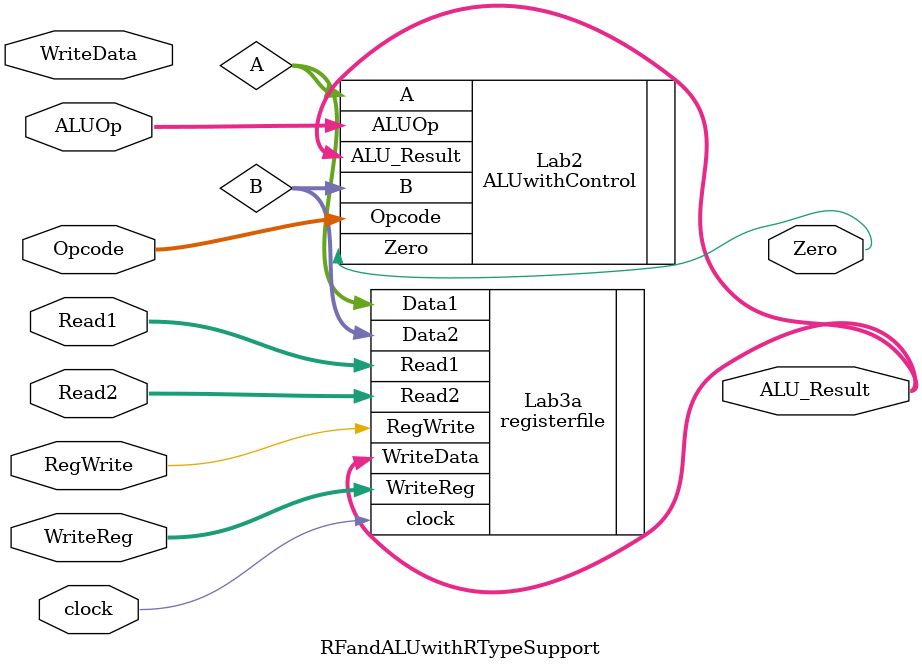
<source format=v>
`timescale 1ns / 1ps

module RFandALUwithRTypeSupport(Read1, Read2, WriteReg, WriteData, RegWrite, clock, ALUOp, Opcode, Zero, ALU_Result);
	input [4:0] Read1, Read2, WriteReg;
	input RegWrite, clock;
	input [63:0] WriteData;
	input [1:0] ALUOp;
	input [10:0] Opcode;
	output Zero;
	output[63:0] ALU_Result;
	wire [63:0] A, B;

	ALUwithControl Lab2 (.ALUOp(ALUOp), .Opcode(Opcode), .A(A), .B(B), .Zero(Zero), .ALU_Result(ALU_Result));
	registerfile 	Lab3a (.Read1(Read1), .Read2(Read2), .WriteReg(WriteReg), .WriteData(ALU_Result), .RegWrite(RegWrite), .clock(clock), .Data1(A), .Data2(B));
	
endmodule
	
</source>
